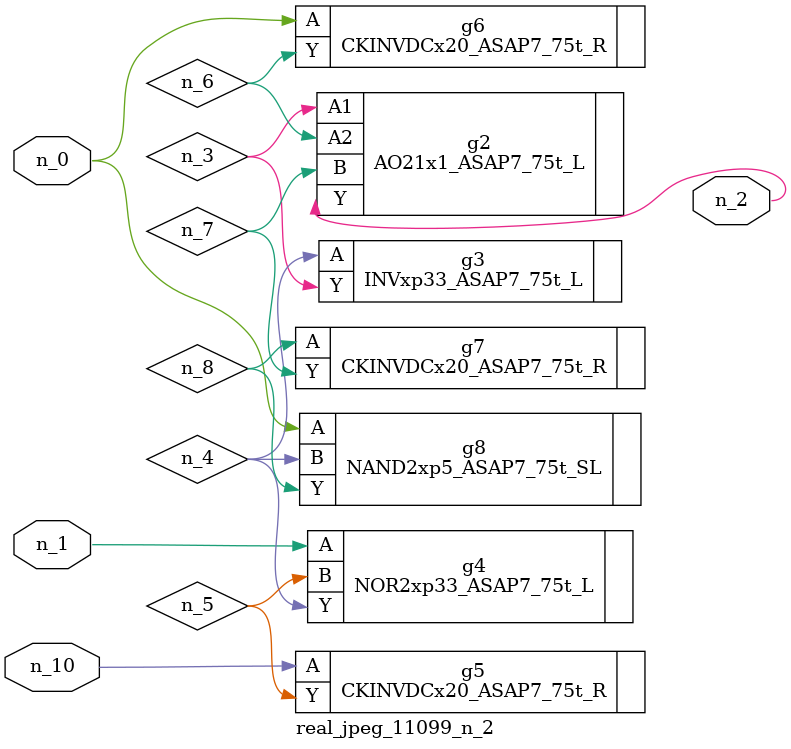
<source format=v>
module real_jpeg_11099_n_2 (n_1, n_10, n_0, n_2);

input n_1;
input n_10;
input n_0;

output n_2;

wire n_5;
wire n_4;
wire n_8;
wire n_6;
wire n_7;
wire n_3;

CKINVDCx20_ASAP7_75t_R g6 ( 
.A(n_0),
.Y(n_6)
);

NAND2xp5_ASAP7_75t_SL g8 ( 
.A(n_0),
.B(n_4),
.Y(n_8)
);

NOR2xp33_ASAP7_75t_L g4 ( 
.A(n_1),
.B(n_5),
.Y(n_4)
);

AO21x1_ASAP7_75t_L g2 ( 
.A1(n_3),
.A2(n_6),
.B(n_7),
.Y(n_2)
);

INVxp33_ASAP7_75t_L g3 ( 
.A(n_4),
.Y(n_3)
);

CKINVDCx20_ASAP7_75t_R g7 ( 
.A(n_8),
.Y(n_7)
);

CKINVDCx20_ASAP7_75t_R g5 ( 
.A(n_10),
.Y(n_5)
);


endmodule
</source>
